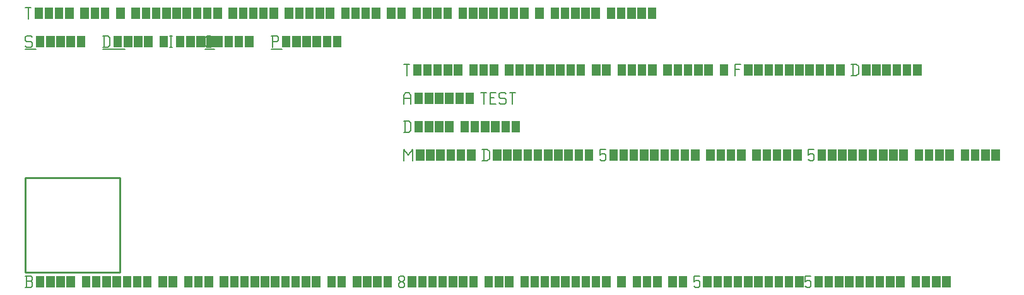
<source format=gbr>
G04 start of page 8 for group -1 layer_idx 16777221 *
G04 Title: smd elements on both sides, <virtual group> *
G04 Creator: <version>
G04 CreationDate: <date>
G04 For: TEST *
G04 Format: Gerber/RS-274X *
G04 PCB-Dimensions: 50000 50000 *
G04 PCB-Coordinate-Origin: lower left *
%MOIN*%
%FSLAX25Y25*%
%LNFAB*%
%ADD21C,0.0100*%
%ADD20C,0.0001*%
%ADD19C,0.0060*%
G54D19*X3000Y125000D02*X3750Y124250D01*
X750Y125000D02*X3000D01*
X0Y124250D02*X750Y125000D01*
X0Y124250D02*Y122750D01*
X750Y122000D01*
X3000D01*
X3750Y121250D01*
Y119750D01*
X3000Y119000D02*X3750Y119750D01*
X750Y119000D02*X3000D01*
X0Y119750D02*X750Y119000D01*
G54D20*G36*
X5550Y125000D02*Y119000D01*
X10050D01*
Y125000D01*
X5550D01*
G37*
G36*
X10950D02*Y119000D01*
X15450D01*
Y125000D01*
X10950D01*
G37*
G36*
X16350D02*Y119000D01*
X20850D01*
Y125000D01*
X16350D01*
G37*
G36*
X21750D02*Y119000D01*
X26250D01*
Y125000D01*
X21750D01*
G37*
G36*
X27150D02*Y119000D01*
X31650D01*
Y125000D01*
X27150D01*
G37*
G54D19*X0Y118000D02*X5550D01*
X41750Y125000D02*Y119000D01*
X43700Y125000D02*X44750Y123950D01*
Y120050D01*
X43700Y119000D02*X44750Y120050D01*
X41000Y119000D02*X43700D01*
X41000Y125000D02*X43700D01*
G54D20*G36*
X46550D02*Y119000D01*
X51050D01*
Y125000D01*
X46550D01*
G37*
G36*
X51950D02*Y119000D01*
X56450D01*
Y125000D01*
X51950D01*
G37*
G36*
X57350D02*Y119000D01*
X61850D01*
Y125000D01*
X57350D01*
G37*
G36*
X62750D02*Y119000D01*
X67250D01*
Y125000D01*
X62750D01*
G37*
G36*
X70850D02*Y119000D01*
X75350D01*
Y125000D01*
X70850D01*
G37*
G54D19*X76250D02*X77750D01*
X77000D02*Y119000D01*
X76250D02*X77750D01*
G54D20*G36*
X79550Y125000D02*Y119000D01*
X84050D01*
Y125000D01*
X79550D01*
G37*
G36*
X84950D02*Y119000D01*
X89450D01*
Y125000D01*
X84950D01*
G37*
G36*
X90350D02*Y119000D01*
X94850D01*
Y125000D01*
X90350D01*
G37*
G36*
X95750D02*Y119000D01*
X100250D01*
Y125000D01*
X95750D01*
G37*
G54D19*X41000Y118000D02*X52550D01*
X96050Y119000D02*X98000D01*
X95000Y120050D02*X96050Y119000D01*
X95000Y123950D02*Y120050D01*
Y123950D02*X96050Y125000D01*
X98000D01*
G54D20*G36*
X99800D02*Y119000D01*
X104300D01*
Y125000D01*
X99800D01*
G37*
G36*
X105200D02*Y119000D01*
X109700D01*
Y125000D01*
X105200D01*
G37*
G36*
X110600D02*Y119000D01*
X115100D01*
Y125000D01*
X110600D01*
G37*
G36*
X116000D02*Y119000D01*
X120500D01*
Y125000D01*
X116000D01*
G37*
G54D19*X95000Y118000D02*X99800D01*
X130750Y125000D02*Y119000D01*
X130000Y125000D02*X133000D01*
X133750Y124250D01*
Y122750D01*
X133000Y122000D02*X133750Y122750D01*
X130750Y122000D02*X133000D01*
G54D20*G36*
X135550Y125000D02*Y119000D01*
X140050D01*
Y125000D01*
X135550D01*
G37*
G36*
X140950D02*Y119000D01*
X145450D01*
Y125000D01*
X140950D01*
G37*
G36*
X146350D02*Y119000D01*
X150850D01*
Y125000D01*
X146350D01*
G37*
G36*
X151750D02*Y119000D01*
X156250D01*
Y125000D01*
X151750D01*
G37*
G36*
X157150D02*Y119000D01*
X161650D01*
Y125000D01*
X157150D01*
G37*
G36*
X162550D02*Y119000D01*
X167050D01*
Y125000D01*
X162550D01*
G37*
G54D19*X130000Y118000D02*X135550D01*
X0Y140000D02*X3000D01*
X1500D02*Y134000D01*
G54D20*G36*
X4800Y140000D02*Y134000D01*
X9300D01*
Y140000D01*
X4800D01*
G37*
G36*
X10200D02*Y134000D01*
X14700D01*
Y140000D01*
X10200D01*
G37*
G36*
X15600D02*Y134000D01*
X20100D01*
Y140000D01*
X15600D01*
G37*
G36*
X21000D02*Y134000D01*
X25500D01*
Y140000D01*
X21000D01*
G37*
G36*
X29100D02*Y134000D01*
X33600D01*
Y140000D01*
X29100D01*
G37*
G36*
X34500D02*Y134000D01*
X39000D01*
Y140000D01*
X34500D01*
G37*
G36*
X39900D02*Y134000D01*
X44400D01*
Y140000D01*
X39900D01*
G37*
G36*
X48000D02*Y134000D01*
X52500D01*
Y140000D01*
X48000D01*
G37*
G36*
X56100D02*Y134000D01*
X60600D01*
Y140000D01*
X56100D01*
G37*
G36*
X61500D02*Y134000D01*
X66000D01*
Y140000D01*
X61500D01*
G37*
G36*
X66900D02*Y134000D01*
X71400D01*
Y140000D01*
X66900D01*
G37*
G36*
X72300D02*Y134000D01*
X76800D01*
Y140000D01*
X72300D01*
G37*
G36*
X77700D02*Y134000D01*
X82200D01*
Y140000D01*
X77700D01*
G37*
G36*
X83100D02*Y134000D01*
X87600D01*
Y140000D01*
X83100D01*
G37*
G36*
X88500D02*Y134000D01*
X93000D01*
Y140000D01*
X88500D01*
G37*
G36*
X93900D02*Y134000D01*
X98400D01*
Y140000D01*
X93900D01*
G37*
G36*
X99300D02*Y134000D01*
X103800D01*
Y140000D01*
X99300D01*
G37*
G36*
X107400D02*Y134000D01*
X111900D01*
Y140000D01*
X107400D01*
G37*
G36*
X112800D02*Y134000D01*
X117300D01*
Y140000D01*
X112800D01*
G37*
G36*
X118200D02*Y134000D01*
X122700D01*
Y140000D01*
X118200D01*
G37*
G36*
X123600D02*Y134000D01*
X128100D01*
Y140000D01*
X123600D01*
G37*
G36*
X129000D02*Y134000D01*
X133500D01*
Y140000D01*
X129000D01*
G37*
G36*
X137100D02*Y134000D01*
X141600D01*
Y140000D01*
X137100D01*
G37*
G36*
X142500D02*Y134000D01*
X147000D01*
Y140000D01*
X142500D01*
G37*
G36*
X147900D02*Y134000D01*
X152400D01*
Y140000D01*
X147900D01*
G37*
G36*
X153300D02*Y134000D01*
X157800D01*
Y140000D01*
X153300D01*
G37*
G36*
X158700D02*Y134000D01*
X163200D01*
Y140000D01*
X158700D01*
G37*
G36*
X166800D02*Y134000D01*
X171300D01*
Y140000D01*
X166800D01*
G37*
G36*
X172200D02*Y134000D01*
X176700D01*
Y140000D01*
X172200D01*
G37*
G36*
X177600D02*Y134000D01*
X182100D01*
Y140000D01*
X177600D01*
G37*
G36*
X183000D02*Y134000D01*
X187500D01*
Y140000D01*
X183000D01*
G37*
G36*
X191100D02*Y134000D01*
X195600D01*
Y140000D01*
X191100D01*
G37*
G36*
X196500D02*Y134000D01*
X201000D01*
Y140000D01*
X196500D01*
G37*
G36*
X204600D02*Y134000D01*
X209100D01*
Y140000D01*
X204600D01*
G37*
G36*
X210000D02*Y134000D01*
X214500D01*
Y140000D01*
X210000D01*
G37*
G36*
X215400D02*Y134000D01*
X219900D01*
Y140000D01*
X215400D01*
G37*
G36*
X220800D02*Y134000D01*
X225300D01*
Y140000D01*
X220800D01*
G37*
G36*
X228900D02*Y134000D01*
X233400D01*
Y140000D01*
X228900D01*
G37*
G36*
X234300D02*Y134000D01*
X238800D01*
Y140000D01*
X234300D01*
G37*
G36*
X239700D02*Y134000D01*
X244200D01*
Y140000D01*
X239700D01*
G37*
G36*
X245100D02*Y134000D01*
X249600D01*
Y140000D01*
X245100D01*
G37*
G36*
X250500D02*Y134000D01*
X255000D01*
Y140000D01*
X250500D01*
G37*
G36*
X255900D02*Y134000D01*
X260400D01*
Y140000D01*
X255900D01*
G37*
G36*
X261300D02*Y134000D01*
X265800D01*
Y140000D01*
X261300D01*
G37*
G36*
X269400D02*Y134000D01*
X273900D01*
Y140000D01*
X269400D01*
G37*
G36*
X277500D02*Y134000D01*
X282000D01*
Y140000D01*
X277500D01*
G37*
G36*
X282900D02*Y134000D01*
X287400D01*
Y140000D01*
X282900D01*
G37*
G36*
X288300D02*Y134000D01*
X292800D01*
Y140000D01*
X288300D01*
G37*
G36*
X293700D02*Y134000D01*
X298200D01*
Y140000D01*
X293700D01*
G37*
G36*
X299100D02*Y134000D01*
X303600D01*
Y140000D01*
X299100D01*
G37*
G36*
X307200D02*Y134000D01*
X311700D01*
Y140000D01*
X307200D01*
G37*
G36*
X312600D02*Y134000D01*
X317100D01*
Y140000D01*
X312600D01*
G37*
G36*
X318000D02*Y134000D01*
X322500D01*
Y140000D01*
X318000D01*
G37*
G36*
X323400D02*Y134000D01*
X327900D01*
Y140000D01*
X323400D01*
G37*
G36*
X328800D02*Y134000D01*
X333300D01*
Y140000D01*
X328800D01*
G37*
G54D21*X0Y50000D02*X50000D01*
X0D02*Y0D01*
X50000Y50000D02*Y0D01*
X0D02*X50000D01*
G54D19*X200000Y65000D02*Y59000D01*
Y65000D02*X202250Y62000D01*
X204500Y65000D01*
Y59000D01*
G54D20*G36*
X206300Y65000D02*Y59000D01*
X210800D01*
Y65000D01*
X206300D01*
G37*
G36*
X211700D02*Y59000D01*
X216200D01*
Y65000D01*
X211700D01*
G37*
G36*
X217100D02*Y59000D01*
X221600D01*
Y65000D01*
X217100D01*
G37*
G36*
X222500D02*Y59000D01*
X227000D01*
Y65000D01*
X222500D01*
G37*
G36*
X227900D02*Y59000D01*
X232400D01*
Y65000D01*
X227900D01*
G37*
G36*
X233300D02*Y59000D01*
X237800D01*
Y65000D01*
X233300D01*
G37*
G54D19*X242150D02*Y59000D01*
X244100Y65000D02*X245150Y63950D01*
Y60050D01*
X244100Y59000D02*X245150Y60050D01*
X241400Y59000D02*X244100D01*
X241400Y65000D02*X244100D01*
G54D20*G36*
X246950D02*Y59000D01*
X251450D01*
Y65000D01*
X246950D01*
G37*
G36*
X252350D02*Y59000D01*
X256850D01*
Y65000D01*
X252350D01*
G37*
G36*
X257750D02*Y59000D01*
X262250D01*
Y65000D01*
X257750D01*
G37*
G36*
X263150D02*Y59000D01*
X267650D01*
Y65000D01*
X263150D01*
G37*
G36*
X268550D02*Y59000D01*
X273050D01*
Y65000D01*
X268550D01*
G37*
G36*
X273950D02*Y59000D01*
X278450D01*
Y65000D01*
X273950D01*
G37*
G36*
X279350D02*Y59000D01*
X283850D01*
Y65000D01*
X279350D01*
G37*
G36*
X284750D02*Y59000D01*
X289250D01*
Y65000D01*
X284750D01*
G37*
G36*
X290150D02*Y59000D01*
X294650D01*
Y65000D01*
X290150D01*
G37*
G36*
X295550D02*Y59000D01*
X300050D01*
Y65000D01*
X295550D01*
G37*
G54D19*X303650D02*X306650D01*
X303650D02*Y62000D01*
X304400Y62750D01*
X305900D01*
X306650Y62000D01*
Y59750D01*
X305900Y59000D02*X306650Y59750D01*
X304400Y59000D02*X305900D01*
X303650Y59750D02*X304400Y59000D01*
G54D20*G36*
X308450Y65000D02*Y59000D01*
X312950D01*
Y65000D01*
X308450D01*
G37*
G36*
X313850D02*Y59000D01*
X318350D01*
Y65000D01*
X313850D01*
G37*
G36*
X319250D02*Y59000D01*
X323750D01*
Y65000D01*
X319250D01*
G37*
G36*
X324650D02*Y59000D01*
X329150D01*
Y65000D01*
X324650D01*
G37*
G36*
X330050D02*Y59000D01*
X334550D01*
Y65000D01*
X330050D01*
G37*
G36*
X335450D02*Y59000D01*
X339950D01*
Y65000D01*
X335450D01*
G37*
G36*
X340850D02*Y59000D01*
X345350D01*
Y65000D01*
X340850D01*
G37*
G36*
X346250D02*Y59000D01*
X350750D01*
Y65000D01*
X346250D01*
G37*
G36*
X351650D02*Y59000D01*
X356150D01*
Y65000D01*
X351650D01*
G37*
G36*
X359750D02*Y59000D01*
X364250D01*
Y65000D01*
X359750D01*
G37*
G36*
X365150D02*Y59000D01*
X369650D01*
Y65000D01*
X365150D01*
G37*
G36*
X370550D02*Y59000D01*
X375050D01*
Y65000D01*
X370550D01*
G37*
G36*
X375950D02*Y59000D01*
X380450D01*
Y65000D01*
X375950D01*
G37*
G36*
X384050D02*Y59000D01*
X388550D01*
Y65000D01*
X384050D01*
G37*
G36*
X389450D02*Y59000D01*
X393950D01*
Y65000D01*
X389450D01*
G37*
G36*
X394850D02*Y59000D01*
X399350D01*
Y65000D01*
X394850D01*
G37*
G36*
X400250D02*Y59000D01*
X404750D01*
Y65000D01*
X400250D01*
G37*
G36*
X405650D02*Y59000D01*
X410150D01*
Y65000D01*
X405650D01*
G37*
G54D19*X413750D02*X416750D01*
X413750D02*Y62000D01*
X414500Y62750D01*
X416000D01*
X416750Y62000D01*
Y59750D01*
X416000Y59000D02*X416750Y59750D01*
X414500Y59000D02*X416000D01*
X413750Y59750D02*X414500Y59000D01*
G54D20*G36*
X418550Y65000D02*Y59000D01*
X423050D01*
Y65000D01*
X418550D01*
G37*
G36*
X423950D02*Y59000D01*
X428450D01*
Y65000D01*
X423950D01*
G37*
G36*
X429350D02*Y59000D01*
X433850D01*
Y65000D01*
X429350D01*
G37*
G36*
X434750D02*Y59000D01*
X439250D01*
Y65000D01*
X434750D01*
G37*
G36*
X440150D02*Y59000D01*
X444650D01*
Y65000D01*
X440150D01*
G37*
G36*
X445550D02*Y59000D01*
X450050D01*
Y65000D01*
X445550D01*
G37*
G36*
X450950D02*Y59000D01*
X455450D01*
Y65000D01*
X450950D01*
G37*
G36*
X456350D02*Y59000D01*
X460850D01*
Y65000D01*
X456350D01*
G37*
G36*
X461750D02*Y59000D01*
X466250D01*
Y65000D01*
X461750D01*
G37*
G36*
X469850D02*Y59000D01*
X474350D01*
Y65000D01*
X469850D01*
G37*
G36*
X475250D02*Y59000D01*
X479750D01*
Y65000D01*
X475250D01*
G37*
G36*
X480650D02*Y59000D01*
X485150D01*
Y65000D01*
X480650D01*
G37*
G36*
X486050D02*Y59000D01*
X490550D01*
Y65000D01*
X486050D01*
G37*
G36*
X494150D02*Y59000D01*
X498650D01*
Y65000D01*
X494150D01*
G37*
G36*
X499550D02*Y59000D01*
X504050D01*
Y65000D01*
X499550D01*
G37*
G36*
X504950D02*Y59000D01*
X509450D01*
Y65000D01*
X504950D01*
G37*
G36*
X510350D02*Y59000D01*
X514850D01*
Y65000D01*
X510350D01*
G37*
G54D19*X0Y-8000D02*X3000D01*
X3750Y-7250D01*
Y-5450D02*Y-7250D01*
X3000Y-4700D02*X3750Y-5450D01*
X750Y-4700D02*X3000D01*
X750Y-2000D02*Y-8000D01*
X0Y-2000D02*X3000D01*
X3750Y-2750D01*
Y-3950D01*
X3000Y-4700D02*X3750Y-3950D01*
G54D20*G36*
X5550Y-2000D02*Y-8000D01*
X10050D01*
Y-2000D01*
X5550D01*
G37*
G36*
X10950D02*Y-8000D01*
X15450D01*
Y-2000D01*
X10950D01*
G37*
G36*
X16350D02*Y-8000D01*
X20850D01*
Y-2000D01*
X16350D01*
G37*
G36*
X21750D02*Y-8000D01*
X26250D01*
Y-2000D01*
X21750D01*
G37*
G36*
X29850D02*Y-8000D01*
X34350D01*
Y-2000D01*
X29850D01*
G37*
G36*
X35250D02*Y-8000D01*
X39750D01*
Y-2000D01*
X35250D01*
G37*
G36*
X40650D02*Y-8000D01*
X45150D01*
Y-2000D01*
X40650D01*
G37*
G36*
X46050D02*Y-8000D01*
X50550D01*
Y-2000D01*
X46050D01*
G37*
G36*
X51450D02*Y-8000D01*
X55950D01*
Y-2000D01*
X51450D01*
G37*
G36*
X56850D02*Y-8000D01*
X61350D01*
Y-2000D01*
X56850D01*
G37*
G36*
X62250D02*Y-8000D01*
X66750D01*
Y-2000D01*
X62250D01*
G37*
G36*
X70350D02*Y-8000D01*
X74850D01*
Y-2000D01*
X70350D01*
G37*
G36*
X75750D02*Y-8000D01*
X80250D01*
Y-2000D01*
X75750D01*
G37*
G36*
X83850D02*Y-8000D01*
X88350D01*
Y-2000D01*
X83850D01*
G37*
G36*
X89250D02*Y-8000D01*
X93750D01*
Y-2000D01*
X89250D01*
G37*
G36*
X94650D02*Y-8000D01*
X99150D01*
Y-2000D01*
X94650D01*
G37*
G36*
X102750D02*Y-8000D01*
X107250D01*
Y-2000D01*
X102750D01*
G37*
G36*
X108150D02*Y-8000D01*
X112650D01*
Y-2000D01*
X108150D01*
G37*
G36*
X113550D02*Y-8000D01*
X118050D01*
Y-2000D01*
X113550D01*
G37*
G36*
X118950D02*Y-8000D01*
X123450D01*
Y-2000D01*
X118950D01*
G37*
G36*
X124350D02*Y-8000D01*
X128850D01*
Y-2000D01*
X124350D01*
G37*
G36*
X129750D02*Y-8000D01*
X134250D01*
Y-2000D01*
X129750D01*
G37*
G36*
X135150D02*Y-8000D01*
X139650D01*
Y-2000D01*
X135150D01*
G37*
G36*
X140550D02*Y-8000D01*
X145050D01*
Y-2000D01*
X140550D01*
G37*
G36*
X145950D02*Y-8000D01*
X150450D01*
Y-2000D01*
X145950D01*
G37*
G36*
X151350D02*Y-8000D01*
X155850D01*
Y-2000D01*
X151350D01*
G37*
G36*
X159450D02*Y-8000D01*
X163950D01*
Y-2000D01*
X159450D01*
G37*
G36*
X164850D02*Y-8000D01*
X169350D01*
Y-2000D01*
X164850D01*
G37*
G36*
X172950D02*Y-8000D01*
X177450D01*
Y-2000D01*
X172950D01*
G37*
G36*
X178350D02*Y-8000D01*
X182850D01*
Y-2000D01*
X178350D01*
G37*
G36*
X183750D02*Y-8000D01*
X188250D01*
Y-2000D01*
X183750D01*
G37*
G36*
X189150D02*Y-8000D01*
X193650D01*
Y-2000D01*
X189150D01*
G37*
G54D19*X197250Y-7250D02*X198000Y-8000D01*
X197250Y-6050D02*Y-7250D01*
Y-6050D02*X198300Y-5000D01*
X199200D01*
X200250Y-6050D01*
Y-7250D01*
X199500Y-8000D02*X200250Y-7250D01*
X198000Y-8000D02*X199500D01*
X197250Y-3950D02*X198300Y-5000D01*
X197250Y-2750D02*Y-3950D01*
Y-2750D02*X198000Y-2000D01*
X199500D01*
X200250Y-2750D01*
Y-3950D01*
X199200Y-5000D02*X200250Y-3950D01*
G54D20*G36*
X202050Y-2000D02*Y-8000D01*
X206550D01*
Y-2000D01*
X202050D01*
G37*
G36*
X207450D02*Y-8000D01*
X211950D01*
Y-2000D01*
X207450D01*
G37*
G36*
X212850D02*Y-8000D01*
X217350D01*
Y-2000D01*
X212850D01*
G37*
G36*
X218250D02*Y-8000D01*
X222750D01*
Y-2000D01*
X218250D01*
G37*
G36*
X223650D02*Y-8000D01*
X228150D01*
Y-2000D01*
X223650D01*
G37*
G36*
X229050D02*Y-8000D01*
X233550D01*
Y-2000D01*
X229050D01*
G37*
G36*
X234450D02*Y-8000D01*
X238950D01*
Y-2000D01*
X234450D01*
G37*
G36*
X242550D02*Y-8000D01*
X247050D01*
Y-2000D01*
X242550D01*
G37*
G36*
X247950D02*Y-8000D01*
X252450D01*
Y-2000D01*
X247950D01*
G37*
G36*
X253350D02*Y-8000D01*
X257850D01*
Y-2000D01*
X253350D01*
G37*
G36*
X261450D02*Y-8000D01*
X265950D01*
Y-2000D01*
X261450D01*
G37*
G36*
X266850D02*Y-8000D01*
X271350D01*
Y-2000D01*
X266850D01*
G37*
G36*
X272250D02*Y-8000D01*
X276750D01*
Y-2000D01*
X272250D01*
G37*
G36*
X277650D02*Y-8000D01*
X282150D01*
Y-2000D01*
X277650D01*
G37*
G36*
X283050D02*Y-8000D01*
X287550D01*
Y-2000D01*
X283050D01*
G37*
G36*
X288450D02*Y-8000D01*
X292950D01*
Y-2000D01*
X288450D01*
G37*
G36*
X293850D02*Y-8000D01*
X298350D01*
Y-2000D01*
X293850D01*
G37*
G36*
X299250D02*Y-8000D01*
X303750D01*
Y-2000D01*
X299250D01*
G37*
G36*
X304650D02*Y-8000D01*
X309150D01*
Y-2000D01*
X304650D01*
G37*
G36*
X312750D02*Y-8000D01*
X317250D01*
Y-2000D01*
X312750D01*
G37*
G36*
X320850D02*Y-8000D01*
X325350D01*
Y-2000D01*
X320850D01*
G37*
G36*
X326250D02*Y-8000D01*
X330750D01*
Y-2000D01*
X326250D01*
G37*
G36*
X331650D02*Y-8000D01*
X336150D01*
Y-2000D01*
X331650D01*
G37*
G36*
X339750D02*Y-8000D01*
X344250D01*
Y-2000D01*
X339750D01*
G37*
G36*
X345150D02*Y-8000D01*
X349650D01*
Y-2000D01*
X345150D01*
G37*
G54D19*X353250D02*X356250D01*
X353250D02*Y-5000D01*
X354000Y-4250D01*
X355500D01*
X356250Y-5000D01*
Y-7250D01*
X355500Y-8000D02*X356250Y-7250D01*
X354000Y-8000D02*X355500D01*
X353250Y-7250D02*X354000Y-8000D01*
G54D20*G36*
X358050Y-2000D02*Y-8000D01*
X362550D01*
Y-2000D01*
X358050D01*
G37*
G36*
X363450D02*Y-8000D01*
X367950D01*
Y-2000D01*
X363450D01*
G37*
G36*
X368850D02*Y-8000D01*
X373350D01*
Y-2000D01*
X368850D01*
G37*
G36*
X374250D02*Y-8000D01*
X378750D01*
Y-2000D01*
X374250D01*
G37*
G36*
X379650D02*Y-8000D01*
X384150D01*
Y-2000D01*
X379650D01*
G37*
G36*
X385050D02*Y-8000D01*
X389550D01*
Y-2000D01*
X385050D01*
G37*
G36*
X390450D02*Y-8000D01*
X394950D01*
Y-2000D01*
X390450D01*
G37*
G36*
X395850D02*Y-8000D01*
X400350D01*
Y-2000D01*
X395850D01*
G37*
G36*
X401250D02*Y-8000D01*
X405750D01*
Y-2000D01*
X401250D01*
G37*
G36*
X406650D02*Y-8000D01*
X411150D01*
Y-2000D01*
X406650D01*
G37*
G54D19*X412050D02*X415050D01*
X412050D02*Y-5000D01*
X412800Y-4250D01*
X414300D01*
X415050Y-5000D01*
Y-7250D01*
X414300Y-8000D02*X415050Y-7250D01*
X412800Y-8000D02*X414300D01*
X412050Y-7250D02*X412800Y-8000D01*
G54D20*G36*
X416850Y-2000D02*Y-8000D01*
X421350D01*
Y-2000D01*
X416850D01*
G37*
G36*
X422250D02*Y-8000D01*
X426750D01*
Y-2000D01*
X422250D01*
G37*
G36*
X427650D02*Y-8000D01*
X432150D01*
Y-2000D01*
X427650D01*
G37*
G36*
X433050D02*Y-8000D01*
X437550D01*
Y-2000D01*
X433050D01*
G37*
G36*
X438450D02*Y-8000D01*
X442950D01*
Y-2000D01*
X438450D01*
G37*
G36*
X443850D02*Y-8000D01*
X448350D01*
Y-2000D01*
X443850D01*
G37*
G36*
X449250D02*Y-8000D01*
X453750D01*
Y-2000D01*
X449250D01*
G37*
G36*
X454650D02*Y-8000D01*
X459150D01*
Y-2000D01*
X454650D01*
G37*
G36*
X460050D02*Y-8000D01*
X464550D01*
Y-2000D01*
X460050D01*
G37*
G36*
X468150D02*Y-8000D01*
X472650D01*
Y-2000D01*
X468150D01*
G37*
G36*
X473550D02*Y-8000D01*
X478050D01*
Y-2000D01*
X473550D01*
G37*
G36*
X478950D02*Y-8000D01*
X483450D01*
Y-2000D01*
X478950D01*
G37*
G36*
X484350D02*Y-8000D01*
X488850D01*
Y-2000D01*
X484350D01*
G37*
G54D19*X200750Y80000D02*Y74000D01*
X202700Y80000D02*X203750Y78950D01*
Y75050D01*
X202700Y74000D02*X203750Y75050D01*
X200000Y74000D02*X202700D01*
X200000Y80000D02*X202700D01*
G54D20*G36*
X205550D02*Y74000D01*
X210050D01*
Y80000D01*
X205550D01*
G37*
G36*
X210950D02*Y74000D01*
X215450D01*
Y80000D01*
X210950D01*
G37*
G36*
X216350D02*Y74000D01*
X220850D01*
Y80000D01*
X216350D01*
G37*
G36*
X221750D02*Y74000D01*
X226250D01*
Y80000D01*
X221750D01*
G37*
G36*
X229850D02*Y74000D01*
X234350D01*
Y80000D01*
X229850D01*
G37*
G36*
X235250D02*Y74000D01*
X239750D01*
Y80000D01*
X235250D01*
G37*
G36*
X240650D02*Y74000D01*
X245150D01*
Y80000D01*
X240650D01*
G37*
G36*
X246050D02*Y74000D01*
X250550D01*
Y80000D01*
X246050D01*
G37*
G36*
X251450D02*Y74000D01*
X255950D01*
Y80000D01*
X251450D01*
G37*
G36*
X256850D02*Y74000D01*
X261350D01*
Y80000D01*
X256850D01*
G37*
G54D19*X200000Y93500D02*Y89000D01*
Y93500D02*X201050Y95000D01*
X202700D01*
X203750Y93500D01*
Y89000D01*
X200000Y92000D02*X203750D01*
G54D20*G36*
X205550Y95000D02*Y89000D01*
X210050D01*
Y95000D01*
X205550D01*
G37*
G36*
X210950D02*Y89000D01*
X215450D01*
Y95000D01*
X210950D01*
G37*
G36*
X216350D02*Y89000D01*
X220850D01*
Y95000D01*
X216350D01*
G37*
G36*
X221750D02*Y89000D01*
X226250D01*
Y95000D01*
X221750D01*
G37*
G36*
X227150D02*Y89000D01*
X231650D01*
Y95000D01*
X227150D01*
G37*
G36*
X232550D02*Y89000D01*
X237050D01*
Y95000D01*
X232550D01*
G37*
G54D19*X240650D02*X243650D01*
X242150D02*Y89000D01*
X245450Y92300D02*X247700D01*
X245450Y89000D02*X248450D01*
X245450Y95000D02*Y89000D01*
Y95000D02*X248450D01*
X253250D02*X254000Y94250D01*
X251000Y95000D02*X253250D01*
X250250Y94250D02*X251000Y95000D01*
X250250Y94250D02*Y92750D01*
X251000Y92000D01*
X253250D01*
X254000Y91250D01*
Y89750D01*
X253250Y89000D02*X254000Y89750D01*
X251000Y89000D02*X253250D01*
X250250Y89750D02*X251000Y89000D01*
X255800Y95000D02*X258800D01*
X257300D02*Y89000D01*
X200000Y110000D02*X203000D01*
X201500D02*Y104000D01*
G54D20*G36*
X204800Y110000D02*Y104000D01*
X209300D01*
Y110000D01*
X204800D01*
G37*
G36*
X210200D02*Y104000D01*
X214700D01*
Y110000D01*
X210200D01*
G37*
G36*
X215600D02*Y104000D01*
X220100D01*
Y110000D01*
X215600D01*
G37*
G36*
X221000D02*Y104000D01*
X225500D01*
Y110000D01*
X221000D01*
G37*
G36*
X226400D02*Y104000D01*
X230900D01*
Y110000D01*
X226400D01*
G37*
G36*
X234500D02*Y104000D01*
X239000D01*
Y110000D01*
X234500D01*
G37*
G36*
X239900D02*Y104000D01*
X244400D01*
Y110000D01*
X239900D01*
G37*
G36*
X245300D02*Y104000D01*
X249800D01*
Y110000D01*
X245300D01*
G37*
G36*
X253400D02*Y104000D01*
X257900D01*
Y110000D01*
X253400D01*
G37*
G36*
X258800D02*Y104000D01*
X263300D01*
Y110000D01*
X258800D01*
G37*
G36*
X264200D02*Y104000D01*
X268700D01*
Y110000D01*
X264200D01*
G37*
G36*
X269600D02*Y104000D01*
X274100D01*
Y110000D01*
X269600D01*
G37*
G36*
X275000D02*Y104000D01*
X279500D01*
Y110000D01*
X275000D01*
G37*
G36*
X280400D02*Y104000D01*
X284900D01*
Y110000D01*
X280400D01*
G37*
G36*
X285800D02*Y104000D01*
X290300D01*
Y110000D01*
X285800D01*
G37*
G36*
X291200D02*Y104000D01*
X295700D01*
Y110000D01*
X291200D01*
G37*
G36*
X299300D02*Y104000D01*
X303800D01*
Y110000D01*
X299300D01*
G37*
G36*
X304700D02*Y104000D01*
X309200D01*
Y110000D01*
X304700D01*
G37*
G36*
X312800D02*Y104000D01*
X317300D01*
Y110000D01*
X312800D01*
G37*
G36*
X318200D02*Y104000D01*
X322700D01*
Y110000D01*
X318200D01*
G37*
G36*
X323600D02*Y104000D01*
X328100D01*
Y110000D01*
X323600D01*
G37*
G36*
X329000D02*Y104000D01*
X333500D01*
Y110000D01*
X329000D01*
G37*
G36*
X337100D02*Y104000D01*
X341600D01*
Y110000D01*
X337100D01*
G37*
G36*
X342500D02*Y104000D01*
X347000D01*
Y110000D01*
X342500D01*
G37*
G36*
X347900D02*Y104000D01*
X352400D01*
Y110000D01*
X347900D01*
G37*
G36*
X353300D02*Y104000D01*
X357800D01*
Y110000D01*
X353300D01*
G37*
G36*
X358700D02*Y104000D01*
X363200D01*
Y110000D01*
X358700D01*
G37*
G36*
X366800D02*Y104000D01*
X371300D01*
Y110000D01*
X366800D01*
G37*
G54D19*X374900D02*Y104000D01*
Y110000D02*X377900D01*
X374900Y107300D02*X377150D01*
G54D20*G36*
X379700Y110000D02*Y104000D01*
X384200D01*
Y110000D01*
X379700D01*
G37*
G36*
X385100D02*Y104000D01*
X389600D01*
Y110000D01*
X385100D01*
G37*
G36*
X390500D02*Y104000D01*
X395000D01*
Y110000D01*
X390500D01*
G37*
G36*
X395900D02*Y104000D01*
X400400D01*
Y110000D01*
X395900D01*
G37*
G36*
X401300D02*Y104000D01*
X405800D01*
Y110000D01*
X401300D01*
G37*
G36*
X406700D02*Y104000D01*
X411200D01*
Y110000D01*
X406700D01*
G37*
G36*
X412100D02*Y104000D01*
X416600D01*
Y110000D01*
X412100D01*
G37*
G36*
X417500D02*Y104000D01*
X422000D01*
Y110000D01*
X417500D01*
G37*
G36*
X422900D02*Y104000D01*
X427400D01*
Y110000D01*
X422900D01*
G37*
G36*
X428300D02*Y104000D01*
X432800D01*
Y110000D01*
X428300D01*
G37*
G54D19*X437150D02*Y104000D01*
X439100Y110000D02*X440150Y108950D01*
Y105050D01*
X439100Y104000D02*X440150Y105050D01*
X436400Y104000D02*X439100D01*
X436400Y110000D02*X439100D01*
G54D20*G36*
X441950D02*Y104000D01*
X446450D01*
Y110000D01*
X441950D01*
G37*
G36*
X447350D02*Y104000D01*
X451850D01*
Y110000D01*
X447350D01*
G37*
G36*
X452750D02*Y104000D01*
X457250D01*
Y110000D01*
X452750D01*
G37*
G36*
X458150D02*Y104000D01*
X462650D01*
Y110000D01*
X458150D01*
G37*
G36*
X463550D02*Y104000D01*
X468050D01*
Y110000D01*
X463550D01*
G37*
G36*
X468950D02*Y104000D01*
X473450D01*
Y110000D01*
X468950D01*
G37*
M02*

</source>
